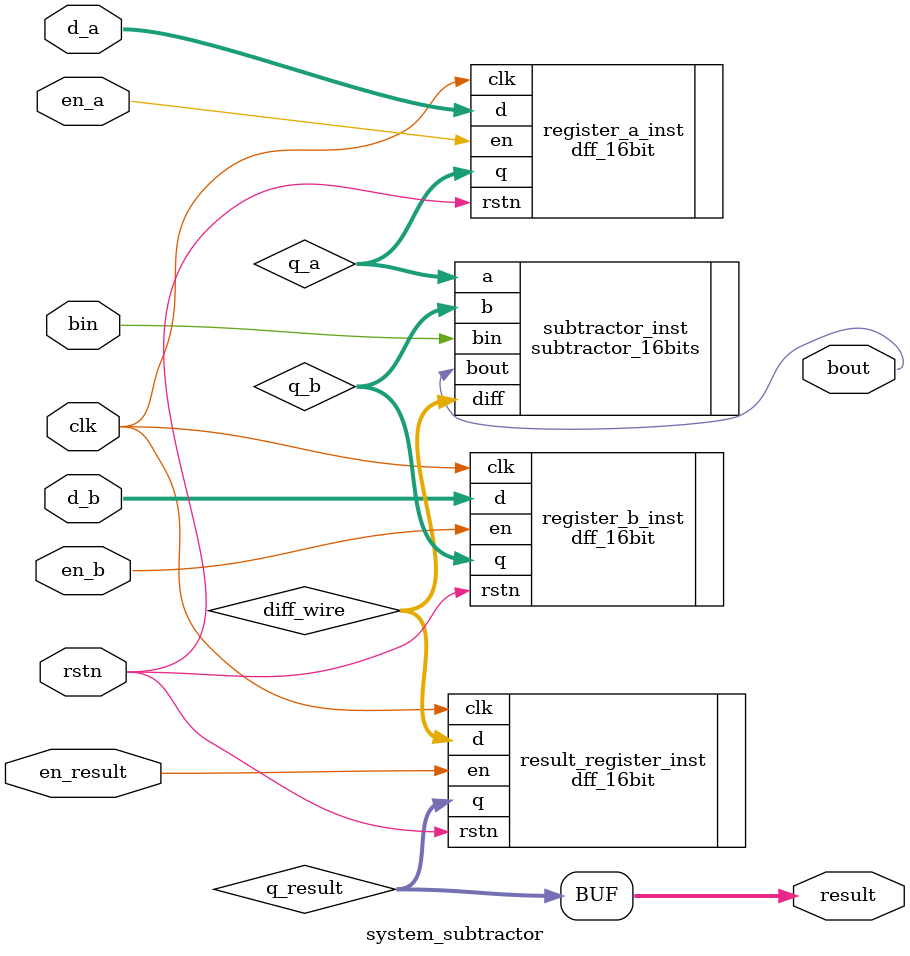
<source format=v>
module system_subtractor (
    // 寄存器输入端口
    input      [15:0] d_a,      // 操作数A输入
    input      [15:0] d_b,      // 操作数B输入
    input             clk,
    input             rstn,
    input             en_a,      // A寄存器使能
    input             en_b,      // B寄存器使能
    input             en_result, // 结果寄存器使能
    
    // 减法器其他输入端口
    input             bin,       // 借位输入
    
    // 系统输出端口
    output     [15:0] result,    // 存储的结果输出
    output            bout       // 借位输出
);
    
    // 内部连线
    wire [15:0] q_a;      // 寄存器A输出
    wire [15:0] q_b;      // 寄存器B输出
    wire [15:0] diff_wire; // 减法器直接输出
    wire [15:0] q_result; // 结果寄存器输出
    
    // 1. 实例化第一个16位寄存器（操作数A）
    dff_16bit register_a_inst (
        .d   (d_a),
        .clk (clk),
        .rstn(rstn),
        .en  (en_a),
        .q   (q_a)
    );
    
    // 2. 实例化第二个16位寄存器（操作数B）
    dff_16bit register_b_inst (
        .d   (d_b),
        .clk (clk),
        .rstn(rstn),
        .en  (en_b),
        .q   (q_b)
    );
    
    // 3. 实例化16位减法器
    subtractor_16bits subtractor_inst (
        .a    (q_a),
        .b    (q_b),
        .bin  (bin),
        .diff (diff_wire),    // 连接到中间线
        .bout (bout)
    );
    
    // 4. 实例化16位寄存器（存储结果）
    dff_16bit result_register_inst (
        .d   (diff_wire),      
        .clk (clk),
        .rstn(rstn),
        .en  (en_result),     
        .q   (q_result)       
    );

    assign result = q_result;
    
endmodule
</source>
